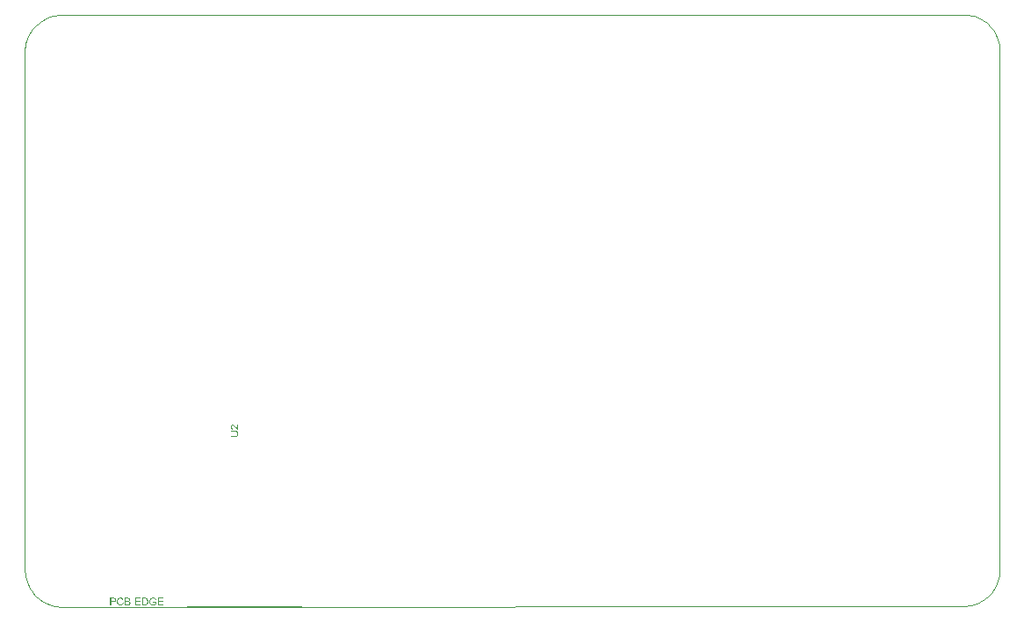
<source format=gm1>
G04*
G04 #@! TF.GenerationSoftware,Altium Limited,Altium Designer,19.1.5 (86)*
G04*
G04 Layer_Color=16711935*
%FSLAX25Y25*%
%MOIN*%
G70*
G01*
G75*
%ADD15C,0.00394*%
G36*
X91000Y67204D02*
X90996D01*
X90979D01*
X90954D01*
X90921Y67208D01*
X90883Y67212D01*
X90842Y67221D01*
X90800Y67229D01*
X90755Y67246D01*
X90750D01*
X90746Y67250D01*
X90721Y67258D01*
X90684Y67275D01*
X90634Y67300D01*
X90576Y67333D01*
X90509Y67375D01*
X90443Y67420D01*
X90372Y67479D01*
X90368D01*
X90364Y67487D01*
X90339Y67508D01*
X90301Y67545D01*
X90247Y67599D01*
X90185Y67662D01*
X90110Y67741D01*
X90027Y67836D01*
X89939Y67940D01*
X89935Y67945D01*
X89923Y67961D01*
X89902Y67986D01*
X89877Y68015D01*
X89843Y68053D01*
X89806Y68098D01*
X89764Y68144D01*
X89719Y68198D01*
X89619Y68302D01*
X89519Y68406D01*
X89469Y68456D01*
X89419Y68502D01*
X89373Y68543D01*
X89328Y68577D01*
X89324D01*
X89319Y68585D01*
X89307Y68593D01*
X89290Y68602D01*
X89245Y68631D01*
X89190Y68664D01*
X89124Y68693D01*
X89053Y68722D01*
X88974Y68739D01*
X88899Y68747D01*
X88895D01*
X88891D01*
X88866Y68743D01*
X88824Y68739D01*
X88779Y68727D01*
X88720Y68710D01*
X88662Y68681D01*
X88604Y68643D01*
X88546Y68593D01*
X88537Y68585D01*
X88521Y68564D01*
X88500Y68535D01*
X88471Y68489D01*
X88446Y68431D01*
X88421Y68365D01*
X88404Y68286D01*
X88400Y68198D01*
Y68173D01*
X88404Y68157D01*
X88408Y68107D01*
X88421Y68049D01*
X88437Y67986D01*
X88467Y67915D01*
X88504Y67849D01*
X88554Y67786D01*
X88562Y67778D01*
X88583Y67761D01*
X88616Y67737D01*
X88666Y67712D01*
X88724Y67682D01*
X88799Y67657D01*
X88883Y67641D01*
X88978Y67633D01*
X88941Y67271D01*
X88937D01*
X88924Y67275D01*
X88903D01*
X88874Y67279D01*
X88841Y67287D01*
X88803Y67295D01*
X88758Y67308D01*
X88712Y67321D01*
X88612Y67354D01*
X88512Y67404D01*
X88462Y67433D01*
X88412Y67470D01*
X88367Y67508D01*
X88325Y67549D01*
X88321Y67553D01*
X88317Y67562D01*
X88304Y67574D01*
X88292Y67595D01*
X88275Y67620D01*
X88259Y67649D01*
X88238Y67682D01*
X88217Y67724D01*
X88196Y67770D01*
X88175Y67820D01*
X88159Y67874D01*
X88142Y67932D01*
X88130Y67994D01*
X88117Y68061D01*
X88113Y68132D01*
X88109Y68207D01*
Y68248D01*
X88113Y68277D01*
X88117Y68311D01*
X88121Y68352D01*
X88130Y68398D01*
X88138Y68444D01*
X88167Y68552D01*
X88209Y68660D01*
X88234Y68714D01*
X88263Y68768D01*
X88300Y68818D01*
X88342Y68864D01*
X88346Y68868D01*
X88350Y68876D01*
X88367Y68885D01*
X88383Y68901D01*
X88404Y68922D01*
X88433Y68943D01*
X88462Y68964D01*
X88500Y68989D01*
X88579Y69030D01*
X88679Y69072D01*
X88729Y69089D01*
X88787Y69097D01*
X88845Y69105D01*
X88907Y69109D01*
X88916D01*
X88937D01*
X88970Y69105D01*
X89016Y69101D01*
X89066Y69093D01*
X89124Y69076D01*
X89186Y69059D01*
X89249Y69034D01*
X89257Y69030D01*
X89278Y69022D01*
X89311Y69005D01*
X89357Y68980D01*
X89407Y68947D01*
X89469Y68905D01*
X89531Y68856D01*
X89602Y68797D01*
X89611Y68789D01*
X89635Y68768D01*
X89656Y68747D01*
X89677Y68727D01*
X89702Y68702D01*
X89735Y68668D01*
X89769Y68635D01*
X89806Y68593D01*
X89848Y68552D01*
X89893Y68502D01*
X89939Y68448D01*
X89993Y68390D01*
X90047Y68323D01*
X90106Y68256D01*
X90110Y68252D01*
X90118Y68244D01*
X90131Y68227D01*
X90147Y68207D01*
X90172Y68182D01*
X90197Y68152D01*
X90251Y68086D01*
X90314Y68015D01*
X90376Y67949D01*
X90430Y67890D01*
X90451Y67865D01*
X90472Y67845D01*
X90476Y67840D01*
X90488Y67828D01*
X90505Y67811D01*
X90530Y67791D01*
X90559Y67770D01*
X90588Y67745D01*
X90659Y67695D01*
Y69113D01*
X91000D01*
Y67204D01*
D02*
G37*
G36*
X89893Y66759D02*
X89935D01*
X89985Y66755D01*
X90035Y66751D01*
X90147Y66738D01*
X90264Y66721D01*
X90376Y66697D01*
X90430Y66680D01*
X90480Y66663D01*
X90484D01*
X90492Y66659D01*
X90505Y66651D01*
X90522Y66642D01*
X90567Y66617D01*
X90626Y66580D01*
X90692Y66530D01*
X90759Y66472D01*
X90829Y66397D01*
X90892Y66305D01*
Y66301D01*
X90900Y66293D01*
X90904Y66281D01*
X90917Y66260D01*
X90929Y66235D01*
X90942Y66201D01*
X90954Y66168D01*
X90971Y66127D01*
X90987Y66081D01*
X91000Y66031D01*
X91013Y65977D01*
X91025Y65914D01*
X91033Y65852D01*
X91042Y65785D01*
X91050Y65636D01*
Y65598D01*
X91046Y65569D01*
Y65536D01*
X91042Y65494D01*
X91037Y65448D01*
X91033Y65403D01*
X91017Y65299D01*
X90992Y65186D01*
X90958Y65078D01*
X90913Y64974D01*
Y64970D01*
X90904Y64962D01*
X90896Y64949D01*
X90888Y64933D01*
X90854Y64887D01*
X90809Y64833D01*
X90750Y64770D01*
X90684Y64712D01*
X90601Y64654D01*
X90509Y64608D01*
X90505D01*
X90497Y64604D01*
X90480Y64600D01*
X90459Y64591D01*
X90434Y64583D01*
X90401Y64575D01*
X90364Y64562D01*
X90318Y64554D01*
X90268Y64546D01*
X90214Y64533D01*
X90156Y64525D01*
X90093Y64517D01*
X90022Y64508D01*
X89947Y64504D01*
X89868Y64500D01*
X89785D01*
X88121D01*
Y64883D01*
X89785D01*
X89789D01*
X89802D01*
X89823D01*
X89848D01*
X89877Y64887D01*
X89914D01*
X89993Y64891D01*
X90085Y64899D01*
X90176Y64912D01*
X90264Y64929D01*
X90301Y64937D01*
X90339Y64949D01*
X90347Y64953D01*
X90368Y64962D01*
X90397Y64983D01*
X90438Y65008D01*
X90480Y65037D01*
X90526Y65078D01*
X90571Y65128D01*
X90609Y65186D01*
X90613Y65195D01*
X90626Y65215D01*
X90638Y65253D01*
X90655Y65303D01*
X90675Y65361D01*
X90688Y65436D01*
X90701Y65515D01*
X90705Y65602D01*
Y65644D01*
X90701Y65669D01*
Y65706D01*
X90696Y65744D01*
X90680Y65835D01*
X90659Y65935D01*
X90626Y66031D01*
X90580Y66122D01*
X90551Y66164D01*
X90517Y66201D01*
X90513Y66206D01*
X90509Y66210D01*
X90497Y66218D01*
X90480Y66231D01*
X90455Y66243D01*
X90430Y66260D01*
X90393Y66276D01*
X90355Y66293D01*
X90309Y66310D01*
X90255Y66322D01*
X90193Y66339D01*
X90126Y66351D01*
X90052Y66364D01*
X89973Y66372D01*
X89881Y66380D01*
X89785D01*
X88121D01*
Y66763D01*
X89785D01*
X89789D01*
X89806D01*
X89827D01*
X89856D01*
X89893Y66759D01*
D02*
G37*
G36*
X46346Y3424D02*
X46383Y3420D01*
X46429Y3416D01*
X46475Y3412D01*
X46529Y3399D01*
X46641Y3375D01*
X46766Y3337D01*
X46828Y3312D01*
X46887Y3283D01*
X46945Y3246D01*
X47003Y3208D01*
X47007Y3204D01*
X47016Y3200D01*
X47032Y3187D01*
X47053Y3167D01*
X47074Y3146D01*
X47103Y3117D01*
X47132Y3083D01*
X47165Y3050D01*
X47199Y3008D01*
X47232Y2959D01*
X47269Y2909D01*
X47303Y2855D01*
X47332Y2792D01*
X47365Y2730D01*
X47390Y2663D01*
X47415Y2588D01*
X47041Y2501D01*
Y2505D01*
X47036Y2513D01*
X47028Y2530D01*
X47020Y2551D01*
X47011Y2576D01*
X46999Y2609D01*
X46966Y2676D01*
X46924Y2751D01*
X46874Y2825D01*
X46812Y2896D01*
X46745Y2959D01*
X46737Y2967D01*
X46712Y2984D01*
X46670Y3004D01*
X46616Y3033D01*
X46545Y3058D01*
X46466Y3083D01*
X46371Y3100D01*
X46267Y3104D01*
X46233D01*
X46213Y3100D01*
X46184D01*
X46150Y3096D01*
X46071Y3083D01*
X45984Y3067D01*
X45892Y3038D01*
X45797Y2996D01*
X45709Y2942D01*
X45705D01*
X45701Y2934D01*
X45672Y2913D01*
X45634Y2880D01*
X45589Y2830D01*
X45535Y2767D01*
X45485Y2696D01*
X45439Y2609D01*
X45397Y2513D01*
Y2509D01*
X45393Y2501D01*
X45389Y2489D01*
X45385Y2468D01*
X45377Y2443D01*
X45368Y2414D01*
X45356Y2343D01*
X45339Y2260D01*
X45322Y2168D01*
X45314Y2068D01*
X45310Y1960D01*
Y1956D01*
Y1943D01*
Y1923D01*
Y1898D01*
X45314Y1869D01*
Y1831D01*
X45318Y1790D01*
X45322Y1744D01*
X45335Y1644D01*
X45356Y1536D01*
X45381Y1428D01*
X45414Y1319D01*
Y1315D01*
X45418Y1307D01*
X45426Y1295D01*
X45435Y1274D01*
X45460Y1224D01*
X45497Y1166D01*
X45543Y1099D01*
X45601Y1028D01*
X45668Y966D01*
X45747Y908D01*
X45751D01*
X45759Y903D01*
X45772Y895D01*
X45788Y887D01*
X45809Y879D01*
X45834Y866D01*
X45892Y841D01*
X45967Y816D01*
X46050Y795D01*
X46142Y779D01*
X46238Y775D01*
X46267D01*
X46292Y779D01*
X46321D01*
X46350Y783D01*
X46425Y800D01*
X46512Y820D01*
X46600Y854D01*
X46691Y899D01*
X46737Y924D01*
X46778Y958D01*
X46783Y962D01*
X46787Y966D01*
X46799Y978D01*
X46816Y991D01*
X46832Y1012D01*
X46853Y1037D01*
X46878Y1062D01*
X46899Y1095D01*
X46924Y1132D01*
X46953Y1174D01*
X46978Y1216D01*
X47003Y1265D01*
X47024Y1319D01*
X47045Y1378D01*
X47065Y1440D01*
X47082Y1507D01*
X47465Y1411D01*
Y1407D01*
X47461Y1390D01*
X47452Y1365D01*
X47440Y1332D01*
X47427Y1295D01*
X47411Y1249D01*
X47390Y1199D01*
X47365Y1145D01*
X47307Y1028D01*
X47232Y912D01*
X47186Y854D01*
X47140Y795D01*
X47090Y745D01*
X47032Y696D01*
X47028Y691D01*
X47020Y683D01*
X46999Y675D01*
X46978Y658D01*
X46945Y637D01*
X46911Y617D01*
X46866Y596D01*
X46820Y575D01*
X46766Y550D01*
X46708Y529D01*
X46645Y508D01*
X46579Y488D01*
X46508Y471D01*
X46433Y463D01*
X46354Y454D01*
X46271Y450D01*
X46225D01*
X46192Y454D01*
X46154D01*
X46109Y458D01*
X46059Y467D01*
X46000Y475D01*
X45880Y496D01*
X45755Y529D01*
X45630Y575D01*
X45572Y604D01*
X45514Y637D01*
X45510Y641D01*
X45501Y646D01*
X45485Y658D01*
X45468Y675D01*
X45443Y691D01*
X45414Y716D01*
X45381Y745D01*
X45347Y779D01*
X45314Y816D01*
X45277Y854D01*
X45202Y949D01*
X45131Y1062D01*
X45069Y1186D01*
Y1191D01*
X45060Y1203D01*
X45056Y1224D01*
X45044Y1249D01*
X45035Y1282D01*
X45023Y1324D01*
X45006Y1369D01*
X44994Y1419D01*
X44981Y1473D01*
X44965Y1536D01*
X44944Y1665D01*
X44927Y1810D01*
X44919Y1960D01*
Y1964D01*
Y1981D01*
Y2006D01*
X44923Y2035D01*
Y2077D01*
X44927Y2118D01*
X44931Y2172D01*
X44940Y2226D01*
X44960Y2347D01*
X44990Y2480D01*
X45031Y2613D01*
X45090Y2742D01*
X45094Y2746D01*
X45098Y2759D01*
X45106Y2775D01*
X45123Y2796D01*
X45139Y2825D01*
X45160Y2859D01*
X45214Y2934D01*
X45285Y3017D01*
X45368Y3100D01*
X45464Y3183D01*
X45576Y3254D01*
X45580Y3258D01*
X45593Y3262D01*
X45610Y3271D01*
X45630Y3283D01*
X45663Y3295D01*
X45697Y3308D01*
X45738Y3325D01*
X45784Y3341D01*
X45834Y3358D01*
X45888Y3375D01*
X46005Y3399D01*
X46138Y3420D01*
X46275Y3429D01*
X46317D01*
X46346Y3424D01*
D02*
G37*
G36*
X58743D02*
X58776D01*
X58855Y3416D01*
X58942Y3404D01*
X59034Y3383D01*
X59134Y3358D01*
X59229Y3325D01*
X59233D01*
X59242Y3320D01*
X59254Y3316D01*
X59271Y3308D01*
X59317Y3283D01*
X59375Y3254D01*
X59437Y3212D01*
X59504Y3162D01*
X59566Y3108D01*
X59624Y3042D01*
X59633Y3033D01*
X59649Y3008D01*
X59674Y2971D01*
X59708Y2917D01*
X59741Y2850D01*
X59778Y2767D01*
X59816Y2676D01*
X59845Y2572D01*
X59500Y2480D01*
Y2484D01*
X59496Y2489D01*
X59491Y2501D01*
X59487Y2518D01*
X59475Y2555D01*
X59458Y2605D01*
X59433Y2663D01*
X59404Y2717D01*
X59375Y2775D01*
X59338Y2825D01*
X59333Y2830D01*
X59321Y2846D01*
X59296Y2867D01*
X59267Y2896D01*
X59229Y2929D01*
X59179Y2963D01*
X59125Y2996D01*
X59063Y3025D01*
X59055Y3029D01*
X59034Y3038D01*
X58996Y3050D01*
X58946Y3067D01*
X58888Y3079D01*
X58822Y3092D01*
X58747Y3100D01*
X58668Y3104D01*
X58622D01*
X58601Y3100D01*
X58576D01*
X58514Y3096D01*
X58443Y3083D01*
X58364Y3071D01*
X58289Y3050D01*
X58214Y3021D01*
X58206Y3017D01*
X58181Y3008D01*
X58148Y2988D01*
X58106Y2967D01*
X58056Y2934D01*
X58002Y2900D01*
X57952Y2859D01*
X57906Y2813D01*
X57902Y2809D01*
X57886Y2792D01*
X57865Y2763D01*
X57840Y2730D01*
X57811Y2688D01*
X57782Y2638D01*
X57753Y2584D01*
X57723Y2526D01*
Y2522D01*
X57719Y2513D01*
X57715Y2501D01*
X57707Y2480D01*
X57698Y2455D01*
X57690Y2426D01*
X57678Y2393D01*
X57669Y2355D01*
X57648Y2268D01*
X57632Y2168D01*
X57619Y2064D01*
X57615Y1948D01*
Y1943D01*
Y1931D01*
Y1910D01*
X57619Y1885D01*
Y1852D01*
X57624Y1810D01*
X57628Y1769D01*
X57632Y1723D01*
X57648Y1619D01*
X57669Y1511D01*
X57703Y1403D01*
X57744Y1299D01*
Y1295D01*
X57753Y1286D01*
X57757Y1274D01*
X57769Y1257D01*
X57798Y1211D01*
X57844Y1153D01*
X57898Y1091D01*
X57965Y1028D01*
X58044Y970D01*
X58131Y916D01*
X58135D01*
X58144Y912D01*
X58156Y903D01*
X58177Y895D01*
X58198Y887D01*
X58227Y879D01*
X58293Y854D01*
X58376Y833D01*
X58468Y812D01*
X58568Y795D01*
X58672Y791D01*
X58714D01*
X58738Y795D01*
X58763D01*
X58826Y804D01*
X58901Y812D01*
X58980Y829D01*
X59067Y854D01*
X59154Y883D01*
X59159D01*
X59167Y887D01*
X59175Y891D01*
X59192Y899D01*
X59238Y920D01*
X59288Y945D01*
X59346Y974D01*
X59408Y1008D01*
X59466Y1045D01*
X59516Y1087D01*
Y1627D01*
X58668D01*
Y1969D01*
X59891D01*
Y899D01*
X59887Y895D01*
X59878Y891D01*
X59862Y879D01*
X59841Y862D01*
X59816Y845D01*
X59787Y824D01*
X59749Y800D01*
X59712Y775D01*
X59624Y721D01*
X59525Y662D01*
X59421Y608D01*
X59308Y562D01*
X59304D01*
X59296Y558D01*
X59279Y554D01*
X59258Y546D01*
X59229Y537D01*
X59196Y525D01*
X59159Y517D01*
X59121Y508D01*
X59030Y488D01*
X58926Y467D01*
X58813Y454D01*
X58697Y450D01*
X58655D01*
X58626Y454D01*
X58589D01*
X58543Y458D01*
X58493Y467D01*
X58439Y471D01*
X58318Y496D01*
X58189Y525D01*
X58056Y571D01*
X57990Y596D01*
X57923Y629D01*
X57919Y633D01*
X57906Y637D01*
X57890Y650D01*
X57865Y662D01*
X57836Y683D01*
X57807Y704D01*
X57727Y762D01*
X57644Y837D01*
X57557Y929D01*
X57474Y1032D01*
X57399Y1153D01*
Y1157D01*
X57391Y1170D01*
X57382Y1186D01*
X57370Y1216D01*
X57357Y1245D01*
X57345Y1286D01*
X57328Y1328D01*
X57311Y1378D01*
X57295Y1432D01*
X57278Y1494D01*
X57266Y1557D01*
X57253Y1623D01*
X57232Y1769D01*
X57224Y1923D01*
Y1927D01*
Y1943D01*
Y1964D01*
X57228Y1993D01*
Y2031D01*
X57232Y2077D01*
X57241Y2122D01*
X57245Y2176D01*
X57257Y2235D01*
X57266Y2297D01*
X57299Y2430D01*
X57341Y2568D01*
X57399Y2705D01*
X57403Y2709D01*
X57407Y2721D01*
X57415Y2738D01*
X57432Y2763D01*
X57449Y2796D01*
X57470Y2830D01*
X57528Y2909D01*
X57599Y3000D01*
X57686Y3087D01*
X57786Y3175D01*
X57844Y3212D01*
X57902Y3250D01*
X57906Y3254D01*
X57919Y3258D01*
X57936Y3266D01*
X57960Y3279D01*
X57994Y3291D01*
X58031Y3308D01*
X58073Y3325D01*
X58123Y3341D01*
X58177Y3358D01*
X58235Y3370D01*
X58297Y3387D01*
X58364Y3399D01*
X58510Y3420D01*
X58584Y3429D01*
X58718D01*
X58743Y3424D01*
D02*
G37*
G36*
X62541Y3038D02*
X60839D01*
Y2160D01*
X62432D01*
Y1819D01*
X60839D01*
Y841D01*
X62607D01*
Y500D01*
X60457D01*
Y3379D01*
X62541D01*
Y3038D01*
D02*
G37*
G36*
X55602Y3375D02*
X55685Y3370D01*
X55768Y3362D01*
X55851Y3350D01*
X55922Y3337D01*
X55926D01*
X55935Y3333D01*
X55947D01*
X55964Y3325D01*
X56010Y3312D01*
X56068Y3291D01*
X56134Y3262D01*
X56205Y3225D01*
X56276Y3183D01*
X56342Y3129D01*
X56346Y3125D01*
X56351Y3121D01*
X56363Y3108D01*
X56380Y3096D01*
X56421Y3054D01*
X56471Y2996D01*
X56525Y2925D01*
X56584Y2842D01*
X56638Y2746D01*
X56683Y2638D01*
Y2634D01*
X56687Y2626D01*
X56696Y2609D01*
X56700Y2584D01*
X56713Y2555D01*
X56721Y2522D01*
X56729Y2484D01*
X56742Y2439D01*
X56754Y2393D01*
X56762Y2339D01*
X56783Y2222D01*
X56796Y2093D01*
X56800Y1952D01*
Y1948D01*
Y1939D01*
Y1919D01*
Y1898D01*
X56796Y1869D01*
Y1835D01*
X56792Y1756D01*
X56779Y1665D01*
X56767Y1569D01*
X56746Y1469D01*
X56721Y1369D01*
Y1365D01*
X56717Y1357D01*
X56713Y1345D01*
X56708Y1328D01*
X56692Y1282D01*
X56667Y1224D01*
X56642Y1157D01*
X56608Y1091D01*
X56567Y1020D01*
X56525Y953D01*
X56521Y945D01*
X56504Y924D01*
X56480Y895D01*
X56446Y858D01*
X56409Y816D01*
X56363Y775D01*
X56317Y729D01*
X56263Y691D01*
X56255Y687D01*
X56238Y675D01*
X56209Y658D01*
X56168Y637D01*
X56118Y612D01*
X56059Y592D01*
X55993Y567D01*
X55918Y546D01*
X55910D01*
X55897Y542D01*
X55885Y537D01*
X55843Y533D01*
X55785Y525D01*
X55718Y517D01*
X55639Y508D01*
X55552Y504D01*
X55456Y500D01*
X54420D01*
Y3379D01*
X55527D01*
X55602Y3375D01*
D02*
G37*
G36*
X53825Y3038D02*
X52124D01*
Y2160D01*
X53717D01*
Y1819D01*
X52124D01*
Y841D01*
X53892D01*
Y500D01*
X51741D01*
Y3379D01*
X53825D01*
Y3038D01*
D02*
G37*
G36*
X49079Y3375D02*
X49112D01*
X49187Y3366D01*
X49270Y3358D01*
X49358Y3341D01*
X49445Y3320D01*
X49524Y3291D01*
X49528D01*
X49532Y3287D01*
X49557Y3275D01*
X49595Y3254D01*
X49636Y3225D01*
X49686Y3187D01*
X49740Y3142D01*
X49790Y3083D01*
X49836Y3021D01*
X49840Y3013D01*
X49853Y2988D01*
X49874Y2954D01*
X49894Y2905D01*
X49915Y2846D01*
X49936Y2784D01*
X49948Y2713D01*
X49953Y2642D01*
Y2634D01*
Y2613D01*
X49948Y2576D01*
X49940Y2530D01*
X49928Y2476D01*
X49907Y2418D01*
X49882Y2359D01*
X49848Y2297D01*
X49844Y2289D01*
X49832Y2272D01*
X49807Y2239D01*
X49774Y2206D01*
X49732Y2164D01*
X49682Y2118D01*
X49620Y2077D01*
X49549Y2035D01*
X49553D01*
X49562Y2031D01*
X49574Y2027D01*
X49591Y2018D01*
X49641Y2002D01*
X49699Y1973D01*
X49761Y1935D01*
X49832Y1889D01*
X49894Y1835D01*
X49953Y1769D01*
X49957Y1760D01*
X49973Y1736D01*
X49998Y1698D01*
X50023Y1648D01*
X50048Y1582D01*
X50073Y1511D01*
X50090Y1428D01*
X50094Y1336D01*
Y1332D01*
Y1328D01*
Y1303D01*
X50090Y1261D01*
X50081Y1211D01*
X50073Y1153D01*
X50056Y1091D01*
X50036Y1024D01*
X50007Y958D01*
X50002Y949D01*
X49990Y929D01*
X49973Y899D01*
X49948Y858D01*
X49915Y816D01*
X49882Y770D01*
X49840Y725D01*
X49794Y687D01*
X49790Y683D01*
X49774Y671D01*
X49744Y654D01*
X49707Y637D01*
X49661Y612D01*
X49607Y587D01*
X49549Y567D01*
X49478Y546D01*
X49470D01*
X49445Y537D01*
X49403Y533D01*
X49349Y525D01*
X49283Y517D01*
X49204Y508D01*
X49116Y504D01*
X49016Y500D01*
X47918D01*
Y3379D01*
X49050D01*
X49079Y3375D01*
D02*
G37*
G36*
X43592D02*
X43663Y3370D01*
X43738Y3366D01*
X43808Y3358D01*
X43871Y3350D01*
X43879D01*
X43908Y3341D01*
X43946Y3333D01*
X43995Y3320D01*
X44050Y3300D01*
X44108Y3275D01*
X44170Y3246D01*
X44224Y3212D01*
X44232Y3208D01*
X44249Y3196D01*
X44274Y3171D01*
X44307Y3142D01*
X44345Y3104D01*
X44382Y3054D01*
X44424Y3000D01*
X44457Y2938D01*
X44461Y2929D01*
X44470Y2909D01*
X44486Y2871D01*
X44503Y2821D01*
X44515Y2763D01*
X44532Y2696D01*
X44540Y2622D01*
X44545Y2543D01*
Y2538D01*
Y2526D01*
Y2509D01*
X44540Y2480D01*
X44536Y2451D01*
X44532Y2414D01*
X44524Y2372D01*
X44515Y2326D01*
X44486Y2231D01*
X44470Y2181D01*
X44445Y2127D01*
X44416Y2073D01*
X44386Y2023D01*
X44349Y1973D01*
X44307Y1923D01*
X44303Y1919D01*
X44295Y1910D01*
X44282Y1898D01*
X44262Y1885D01*
X44237Y1864D01*
X44203Y1844D01*
X44162Y1819D01*
X44116Y1798D01*
X44062Y1773D01*
X43999Y1748D01*
X43933Y1727D01*
X43854Y1711D01*
X43771Y1694D01*
X43679Y1681D01*
X43575Y1673D01*
X43467Y1669D01*
X42731D01*
Y500D01*
X42348D01*
Y3379D01*
X43529D01*
X43592Y3375D01*
D02*
G37*
%LPC*%
G36*
X55469Y3038D02*
X54803D01*
Y841D01*
X55485D01*
X55514Y845D01*
X55577Y849D01*
X55648Y854D01*
X55722Y862D01*
X55797Y874D01*
X55860Y891D01*
X55868Y895D01*
X55889Y899D01*
X55918Y912D01*
X55955Y929D01*
X55997Y953D01*
X56039Y978D01*
X56080Y1008D01*
X56122Y1041D01*
X56126Y1049D01*
X56143Y1066D01*
X56168Y1095D01*
X56197Y1137D01*
X56230Y1191D01*
X56267Y1253D01*
X56301Y1324D01*
X56330Y1403D01*
Y1407D01*
X56334Y1415D01*
X56338Y1428D01*
X56342Y1444D01*
X56346Y1465D01*
X56355Y1494D01*
X56363Y1523D01*
X56371Y1557D01*
X56384Y1640D01*
X56396Y1736D01*
X56405Y1844D01*
X56409Y1960D01*
Y1964D01*
Y1981D01*
Y2002D01*
X56405Y2035D01*
Y2073D01*
X56401Y2114D01*
X56396Y2164D01*
X56392Y2214D01*
X56371Y2326D01*
X56346Y2443D01*
X56309Y2551D01*
X56284Y2605D01*
X56259Y2651D01*
Y2655D01*
X56251Y2663D01*
X56242Y2676D01*
X56234Y2692D01*
X56201Y2734D01*
X56159Y2784D01*
X56105Y2838D01*
X56043Y2892D01*
X55972Y2938D01*
X55897Y2975D01*
X55889Y2979D01*
X55868Y2984D01*
X55831Y2996D01*
X55777Y3008D01*
X55710Y3017D01*
X55627Y3029D01*
X55577Y3033D01*
X55523D01*
X55469Y3038D01*
D02*
G37*
G36*
X48983D02*
X48301D01*
Y2172D01*
X49008D01*
X49062Y2176D01*
X49121Y2181D01*
X49179Y2185D01*
X49237Y2193D01*
X49283Y2201D01*
X49291Y2206D01*
X49308Y2210D01*
X49333Y2222D01*
X49366Y2239D01*
X49399Y2255D01*
X49437Y2280D01*
X49474Y2314D01*
X49503Y2347D01*
X49507Y2351D01*
X49516Y2364D01*
X49528Y2389D01*
X49541Y2418D01*
X49553Y2451D01*
X49566Y2493D01*
X49574Y2543D01*
X49578Y2597D01*
Y2605D01*
Y2622D01*
X49574Y2647D01*
X49570Y2680D01*
X49562Y2721D01*
X49549Y2763D01*
X49532Y2805D01*
X49507Y2846D01*
X49503Y2850D01*
X49495Y2863D01*
X49478Y2884D01*
X49457Y2905D01*
X49428Y2929D01*
X49395Y2954D01*
X49354Y2979D01*
X49308Y2996D01*
X49304D01*
X49283Y3004D01*
X49254Y3008D01*
X49208Y3017D01*
X49145Y3025D01*
X49075Y3029D01*
X48983Y3038D01*
D02*
G37*
G36*
X49058Y1831D02*
X48301D01*
Y841D01*
X49121D01*
X49208Y845D01*
X49245Y849D01*
X49279Y854D01*
X49283D01*
X49299Y858D01*
X49324Y862D01*
X49354Y870D01*
X49424Y895D01*
X49495Y929D01*
X49499Y933D01*
X49512Y941D01*
X49528Y953D01*
X49549Y970D01*
X49570Y995D01*
X49599Y1020D01*
X49620Y1053D01*
X49645Y1091D01*
X49649Y1095D01*
X49653Y1107D01*
X49661Y1132D01*
X49674Y1161D01*
X49686Y1195D01*
X49695Y1236D01*
X49699Y1286D01*
X49703Y1336D01*
Y1345D01*
Y1361D01*
X49699Y1394D01*
X49690Y1432D01*
X49682Y1473D01*
X49665Y1519D01*
X49645Y1565D01*
X49616Y1611D01*
X49611Y1615D01*
X49599Y1632D01*
X49582Y1652D01*
X49557Y1677D01*
X49524Y1706D01*
X49482Y1736D01*
X49437Y1760D01*
X49383Y1781D01*
X49374Y1785D01*
X49358Y1790D01*
X49320Y1798D01*
X49274Y1806D01*
X49216Y1815D01*
X49145Y1823D01*
X49058Y1831D01*
D02*
G37*
G36*
X43554Y3038D02*
X42731D01*
Y2010D01*
X43505D01*
X43534Y2014D01*
X43563D01*
X43596Y2018D01*
X43675Y2027D01*
X43762Y2043D01*
X43850Y2068D01*
X43929Y2102D01*
X43966Y2122D01*
X43995Y2147D01*
X44004Y2156D01*
X44020Y2172D01*
X44045Y2206D01*
X44074Y2247D01*
X44104Y2301D01*
X44129Y2368D01*
X44145Y2443D01*
X44153Y2530D01*
Y2534D01*
Y2538D01*
Y2559D01*
X44149Y2597D01*
X44141Y2638D01*
X44133Y2684D01*
X44116Y2738D01*
X44091Y2788D01*
X44062Y2838D01*
X44058Y2842D01*
X44045Y2859D01*
X44025Y2880D01*
X43999Y2909D01*
X43962Y2938D01*
X43920Y2963D01*
X43875Y2988D01*
X43821Y3008D01*
X43817D01*
X43800Y3013D01*
X43775Y3017D01*
X43742Y3025D01*
X43692Y3029D01*
X43629Y3033D01*
X43554Y3038D01*
D02*
G37*
%LPD*%
D15*
X379914Y211409D02*
X379881Y212425D01*
X379772Y213436D01*
X379586Y214436D01*
X379325Y215419D01*
X378991Y216379D01*
X378586Y217311D01*
X378110Y218210D01*
X377569Y219071D01*
X376964Y219888D01*
X376299Y220657D01*
X375577Y221373D01*
X374804Y222033D01*
X373983Y222633D01*
X373119Y223169D01*
X372217Y223638D01*
X371282Y224038D01*
X370320Y224365D01*
X369335Y224620D01*
X368334Y224799D01*
X367323Y224902D01*
X366142Y197D02*
X367162Y234D01*
X368177Y348D01*
X369181Y536D01*
X370168Y797D01*
X371133Y1132D01*
X372070Y1536D01*
X372975Y2010D01*
X373843Y2548D01*
X374668Y3150D01*
X375446Y3811D01*
X376174Y4528D01*
X376846Y5297D01*
X377459Y6113D01*
X378010Y6973D01*
X378497Y7871D01*
X378915Y8802D01*
X379263Y9762D01*
X379539Y10746D01*
X379741Y11746D01*
X379869Y12760D01*
X379921Y13780D01*
X10039Y13386D02*
X10115Y12413D01*
X10259Y11447D01*
X10469Y10494D01*
X10745Y9558D01*
X11085Y8643D01*
X11489Y7754D01*
X11953Y6896D01*
X12476Y6072D01*
X13055Y5286D01*
X13687Y4542D01*
X14370Y3844D01*
X15099Y3196D01*
X15872Y2599D01*
X16684Y2058D01*
X17532Y1575D01*
X18412Y1152D01*
X19319Y791D01*
X20248Y494D01*
X21197Y262D01*
X22159Y98D01*
X23130Y0D01*
X23500Y224800D02*
X22488Y224724D01*
X21483Y224575D01*
X20492Y224354D01*
X19520Y224063D01*
X18570Y223702D01*
X17650Y223274D01*
X16762Y222781D01*
X15912Y222226D01*
X15104Y221610D01*
X14343Y220939D01*
X13632Y220214D01*
X12974Y219440D01*
X12374Y218621D01*
X11835Y217761D01*
X11359Y216864D01*
X10948Y215936D01*
X10605Y214980D01*
X10332Y214002D01*
X10130Y213007D01*
X10000Y212000D01*
X23500Y224800D02*
X367323Y224902D01*
X379914Y211409D02*
X379921Y13780D01*
X23130Y0D02*
X366142Y197D01*
X10000Y212000D02*
X10039Y13386D01*
X71620Y291D02*
X114927D01*
M02*

</source>
